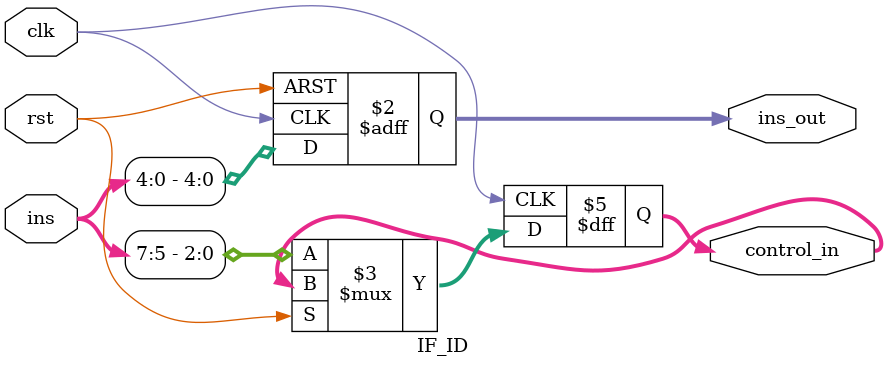
<source format=sv>
module IF_ID (
    input logic clk,
    input logic rst,
    input logic [7:0] ins,
    output logic [4:0] ins_out,
    output logic [2:0] control_in
);
    always_ff @(posedge clk or posedge rst) begin
        if (rst) begin
            ins_out <= 8'b0;
        end else begin
            ins_out <= ins[4:0];
            control_in <= ins[7:5];
        end
    end
endmodule


</source>
